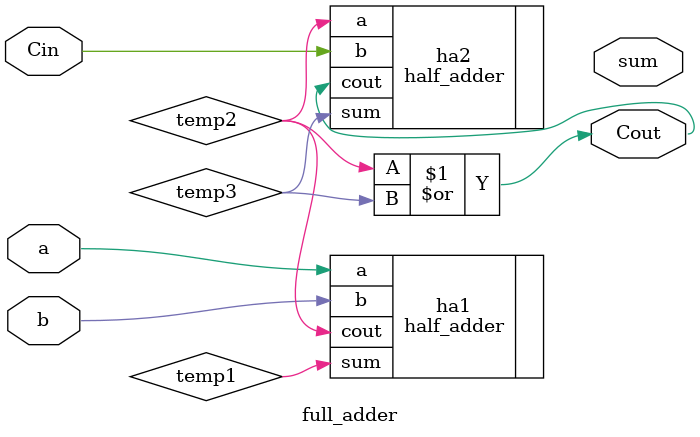
<source format=v>
module full_adder (
    input a,b,
    input Cin,
    output sum, Cout
);
    wire temp1,temp2,temp3;
    half_adder ha1(.a(a),.b(b),.sum(temp1),.cout(temp2));
    half_adder ha2(.a(temp2),.b(Cin), .sum(temp3), .cout(Cout));
    assign Cout = temp2 | temp3;
endmodule
</source>
